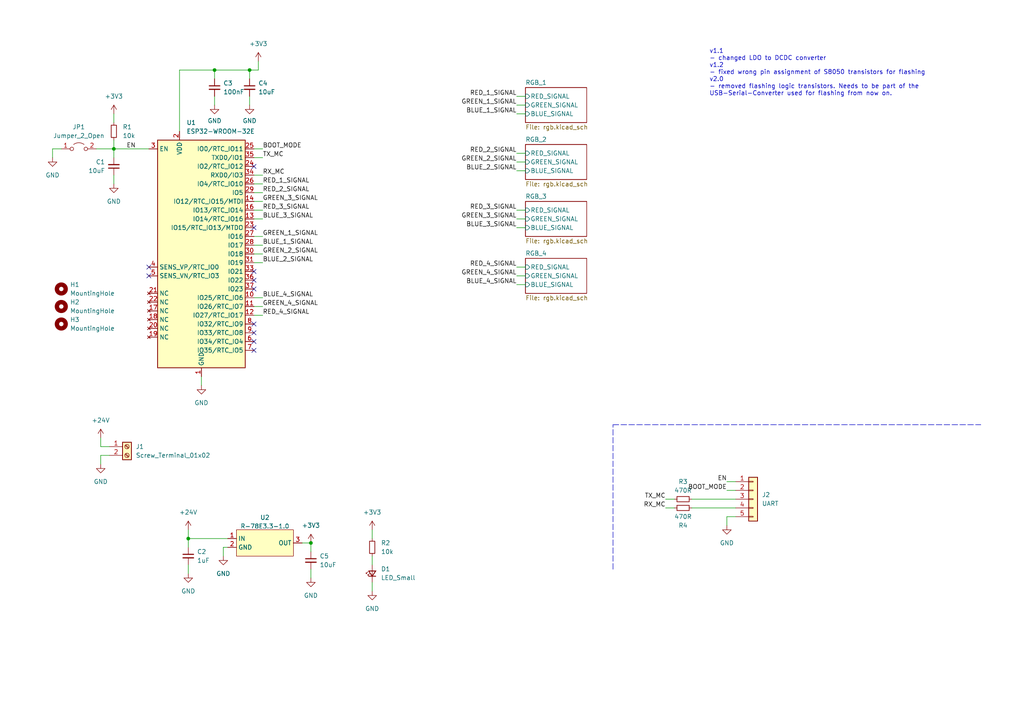
<source format=kicad_sch>
(kicad_sch (version 20211123) (generator eeschema)
  (paper "A4")
  (lib_symbols
    (symbol "Connector:Screw_Terminal_01x02" (pin_names (offset 1.016) hide)
      (property "Reference" "J" (at 0 2.54 0))
      (property "Value" "Screw_Terminal_01x02" (at 0 -5.08 0))
      (symbol "Screw_Terminal_01x02_1_1"
        (rectangle (start -1.27 1.27) (end 1.27 -3.81) (stroke (width 0.254)) (fill (type background)))
        (circle (center 0 -2.54) (radius 0.635) (stroke (width 0.1524)))
        (polyline (pts (xy -0.5334 -2.2098) (xy 0.3302 -3.048)) (stroke (width 0.1524)))
        (polyline (pts (xy -0.5334 0.3302) (xy 0.3302 -0.508)) (stroke (width 0.1524)))
        (polyline (pts (xy -0.3556 -2.032) (xy 0.508 -2.8702)) (stroke (width 0.1524)))
        (polyline (pts (xy -0.3556 0.508) (xy 0.508 -0.3302)) (stroke (width 0.1524)))
        (circle (center 0 0) (radius 0.635) (stroke (width 0.1524)))
        (pin passive line (at -5.08 0 0) (length 3.81) (name "Pin_1") (number "1"))
        (pin passive line (at -5.08 -2.54 0) (length 3.81) (name "Pin_2") (number "2"))
      )
    )
    (symbol "Connector_Generic:Conn_01x05" (pin_names (offset 1.016) hide)
      (property "Reference" "J" (at 0 7.62 0))
      (property "Value" "Conn_01x05" (at 0 -7.62 0))
      (symbol "Conn_01x05_1_1"
        (rectangle (start -1.27 -4.953) (end 0 -5.207) (stroke (width 0.1524)))
        (rectangle (start -1.27 -2.413) (end 0 -2.667) (stroke (width 0.1524)))
        (rectangle (start -1.27 0.127) (end 0 -0.127) (stroke (width 0.1524)))
        (rectangle (start -1.27 2.667) (end 0 2.413) (stroke (width 0.1524)))
        (rectangle (start -1.27 5.207) (end 0 4.953) (stroke (width 0.1524)))
        (rectangle (start -1.27 6.35) (end 1.27 -6.35) (stroke (width 0.254)) (fill (type background)))
        (pin passive line (at -5.08 5.08 0) (length 3.81) (name "Pin_1") (number "1"))
        (pin passive line (at -5.08 2.54 0) (length 3.81) (name "Pin_2") (number "2"))
        (pin passive line (at -5.08 0 0) (length 3.81) (name "Pin_3") (number "3"))
        (pin passive line (at -5.08 -2.54 0) (length 3.81) (name "Pin_4") (number "4"))
        (pin passive line (at -5.08 -5.08 0) (length 3.81) (name "Pin_5") (number "5"))
      )
    )
    (symbol "Device:C_Small" (pin_numbers hide) (pin_names (offset 0.254) hide)
      (property "Reference" "C" (at 0.254 1.778 0))
      (property "Value" "C_Small" (at 0.254 -2.032 0))
      (symbol "C_Small_0_1"
        (polyline (pts (xy -1.524 -0.508) (xy 1.524 -0.508)) (stroke (width 0.3302)))
        (polyline (pts (xy -1.524 0.508) (xy 1.524 0.508)) (stroke (width 0.3048)))
      )
      (symbol "C_Small_1_1"
        (pin passive line (at 0 2.54 270) (length 2.032) (name "~") (number "1"))
        (pin passive line (at 0 -2.54 90) (length 2.032) (name "~") (number "2"))
      )
    )
    (symbol "Device:LED_Small" (pin_numbers hide) (pin_names (offset 0.254) hide)
      (property "Reference" "D" (at -1.27 3.175 0))
      (property "Value" "LED_Small" (at -4.445 -2.54 0))
      (symbol "LED_Small_0_1"
        (polyline (pts (xy -0.762 -1.016) (xy -0.762 1.016)) (stroke (width 0.254)))
        (polyline (pts (xy 1.016 0) (xy -0.762 0)))
        (polyline (pts (xy 0.762 -1.016) (xy -0.762 0) (xy 0.762 1.016) (xy 0.762 -1.016)) (stroke (width 0.254)))
        (polyline (pts (xy 0 0.762) (xy -0.508 1.27) (xy -0.254 1.27) (xy -0.508 1.27) (xy -0.508 1.016)))
        (polyline (pts (xy 0.508 1.27) (xy 0 1.778) (xy 0.254 1.778) (xy 0 1.778) (xy 0 1.524)))
      )
      (symbol "LED_Small_1_1"
        (pin passive line (at -2.54 0 0) (length 1.778) (name "K") (number "1"))
        (pin passive line (at 2.54 0 180) (length 1.778) (name "A") (number "2"))
      )
    )
    (symbol "Device:R_Small" (pin_numbers hide) (pin_names (offset 0.254) hide)
      (property "Reference" "R" (at 0.762 0.508 0))
      (property "Value" "R_Small" (at 0.762 -1.016 0))
      (symbol "R_Small_0_1"
        (rectangle (start -0.762 1.778) (end 0.762 -1.778) (stroke (width 0.2032)))
      )
      (symbol "R_Small_1_1"
        (pin passive line (at 0 2.54 270) (length 0.762) (name "~") (number "1"))
        (pin passive line (at 0 -2.54 90) (length 0.762) (name "~") (number "2"))
      )
    )
    (symbol "Jumper:Jumper_2_Open" (pin_names (offset 0) hide)
      (property "Reference" "JP" (at 0 2.794 0))
      (property "Value" "Jumper_2_Open" (at 0 -2.286 0))
      (symbol "Jumper_2_Open_0_0"
        (circle (center -2.032 0) (radius 0.508))
        (circle (center 2.032 0) (radius 0.508))
      )
      (symbol "Jumper_2_Open_0_1"
        (arc (start 1.524 1.27) (mid 0 1.778) (end -1.524 1.27))
      )
      (symbol "Jumper_2_Open_1_1"
        (pin passive line (at -5.08 0 0) (length 2.54) (name "A") (number "1"))
        (pin passive line (at 5.08 0 180) (length 2.54) (name "B") (number "2"))
      )
    )
    (symbol "Mechanical:MountingHole" (pin_names (offset 1.016))
      (property "Reference" "H" (at 0 5.08 0))
      (property "Value" "MountingHole" (at 0 3.175 0))
      (symbol "MountingHole_0_1"
        (circle (center 0 0) (radius 1.27) (stroke (width 1.27)))
      )
    )
    (symbol "custom:ESP32-WROOM-32E"
      (property "Reference" "U" (at -12.7 34.29 0))
      (property "Value" "ESP32-WROOM-32E" (at 1.27 34.29 0))
      (symbol "ESP32-WROOM-32E_0_1"
        (rectangle (start -12.7 33.02) (end 12.7 -33.02) (stroke (width 0.254)) (fill (type background)))
      )
      (symbol "ESP32-WROOM-32E_1_1"
        (pin power_in line (at 0 -35.56 90) (length 2.54) (name "GND") (number "1"))
        (pin bidirectional line (at 15.24 -12.7 180) (length 2.54) (name "IO25/RTC_IO6") (number "10"))
        (pin bidirectional line (at 15.24 -15.24 180) (length 2.54) (name "IO26/RTC_IO7") (number "11"))
        (pin bidirectional line (at 15.24 -17.78 180) (length 2.54) (name "IO27/RTC_IO17") (number "12"))
        (pin bidirectional line (at 15.24 10.16 180) (length 2.54) (name "IO14/RTC_IO16") (number "13"))
        (pin bidirectional line (at 15.24 15.24 180) (length 2.54) (name "IO12/RTC_IO15/MTDI") (number "14"))
        (pin passive line (at 0 -35.56 90) (length 2.54) hide (name "GND") (number "15"))
        (pin bidirectional line (at 15.24 12.7 180) (length 2.54) (name "IO13/RTC_IO14") (number "16"))
        (pin no_connect line (at -15.24 -16.51 0) (length 2.54) (name "NC") (number "17"))
        (pin no_connect line (at -15.24 -19.05 0) (length 2.54) (name "NC") (number "18"))
        (pin no_connect line (at -15.24 -24.13 0) (length 2.54) (name "NC") (number "19"))
        (pin power_in line (at -6.35 35.56 270) (length 2.54) (name "VDD") (number "2"))
        (pin no_connect line (at -15.24 -21.59 0) (length 2.54) (name "NC") (number "20"))
        (pin no_connect line (at -15.24 -11.43 0) (length 2.54) (name "NC") (number "21"))
        (pin no_connect line (at -15.24 -13.97 0) (length 2.54) (name "NC") (number "22"))
        (pin bidirectional line (at 15.24 7.62 180) (length 2.54) (name "IO15/RTC_IO13/MTDO") (number "23"))
        (pin bidirectional line (at 15.24 25.4 180) (length 2.54) (name "IO2/RTC_IO12") (number "24"))
        (pin bidirectional line (at 15.24 30.48 180) (length 2.54) (name "IO0/RTC_IO11") (number "25"))
        (pin bidirectional line (at 15.24 20.32 180) (length 2.54) (name "IO4/RTC_IO10") (number "26"))
        (pin bidirectional line (at 15.24 5.08 180) (length 2.54) (name "IO16") (number "27"))
        (pin bidirectional line (at 15.24 2.54 180) (length 2.54) (name "IO17") (number "28"))
        (pin bidirectional line (at 15.24 17.78 180) (length 2.54) (name "IO5") (number "29"))
        (pin input line (at -15.24 30.48 0) (length 2.54) (name "EN") (number "3"))
        (pin bidirectional line (at 15.24 0 180) (length 2.54) (name "IO18") (number "30"))
        (pin bidirectional line (at 15.24 -2.54 180) (length 2.54) (name "IO19") (number "31"))
        (pin no_connect line (at -12.7 -27.94 0) (length 2.54) hide (name "NC") (number "32"))
        (pin bidirectional line (at 15.24 -5.08 180) (length 2.54) (name "IO21") (number "33"))
        (pin bidirectional line (at 15.24 22.86 180) (length 2.54) (name "RXD0/IO3") (number "34"))
        (pin bidirectional line (at 15.24 27.94 180) (length 2.54) (name "TXD0/IO1") (number "35"))
        (pin bidirectional line (at 15.24 -7.62 180) (length 2.54) (name "IO22") (number "36"))
        (pin bidirectional line (at 15.24 -10.16 180) (length 2.54) (name "IO23") (number "37"))
        (pin passive line (at 0 -35.56 90) (length 2.54) hide (name "GND") (number "38"))
        (pin passive line (at 0 -35.56 90) (length 2.54) hide (name "GND") (number "39"))
        (pin input line (at -15.24 -3.81 0) (length 2.54) (name "SENS_VP/RTC_IO0") (number "4"))
        (pin input line (at -15.24 -6.35 0) (length 2.54) (name "SENS_VN/RTC_IO3") (number "5"))
        (pin input line (at 15.24 -25.4 180) (length 2.54) (name "IO34/RTC_IO4") (number "6"))
        (pin input line (at 15.24 -27.94 180) (length 2.54) (name "IO35/RTC_IO5") (number "7"))
        (pin bidirectional line (at 15.24 -20.32 180) (length 2.54) (name "IO32/RTC_IO9") (number "8"))
        (pin bidirectional line (at 15.24 -22.86 180) (length 2.54) (name "IO33/RTC_IO8") (number "9"))
      )
    )
    (symbol "custom:TPS7B88"
      (property "Reference" "U" (at -7.62 2.54 0))
      (property "Value" "TPS7B88" (at -3.81 -6.35 0))
      (symbol "TPS7B88_0_1"
        (rectangle (start -8.89 2.54) (end 7.62 -5.08) (fill (type background)))
      )
      (symbol "TPS7B88_1_1"
        (pin input line (at -11.43 0 0) (length 2.54) (name "IN") (number "1"))
        (pin input line (at -11.43 -2.54 0) (length 2.54) (name "GND") (number "2"))
        (pin output line (at 10.16 -1.27 180) (length 2.54) (name "OUT") (number "3"))
      )
    )
    (symbol "power:+24V" (power) (pin_names (offset 0))
      (property "Value" "+24V" (at 0 3.556 0))
      (symbol "+24V_0_1"
        (polyline (pts (xy -0.762 1.27) (xy 0 2.54)))
        (polyline (pts (xy 0 0) (xy 0 2.54)))
        (polyline (pts (xy 0 2.54) (xy 0.762 1.27)))
      )
      (symbol "+24V_1_1"
        (pin power_in line (at 0 0 90) (length 0) hide (name "+24V") (number "1"))
      )
    )
    (symbol "power:+3V3" (power) (pin_names (offset 0))
      (property "Value" "+3V3" (at 0 3.556 0))
      (symbol "+3V3_0_1"
        (polyline (pts (xy -0.762 1.27) (xy 0 2.54)))
        (polyline (pts (xy 0 0) (xy 0 2.54)))
        (polyline (pts (xy 0 2.54) (xy 0.762 1.27)))
      )
      (symbol "+3V3_1_1"
        (pin power_in line (at 0 0 90) (length 0) hide (name "+3V3") (number "1"))
      )
    )
    (symbol "power:GND" (power) (pin_names (offset 0))
      (property "Value" "GND" (at 0 -3.81 0))
      (symbol "GND_0_1"
        (polyline (pts (xy 0 0) (xy 0 -1.27) (xy 1.27 -1.27) (xy 0 -2.54) (xy -1.27 -1.27) (xy 0 -1.27)))
      )
      (symbol "GND_1_1"
        (pin power_in line (at 0 0 270) (length 0) hide (name "GND") (number "1"))
      )
    )
  )
  (junction (at 72.39 20.32))
  (junction (at 33.02 43.18))
  (junction (at 62.23 20.32))
  (junction (at 54.61 156.21))
  (junction (at 90.17 157.48))
  (no_connect (at 73.66 66.04))
  (no_connect (at 73.66 78.74))
  (no_connect (at 73.66 48.26))
  (no_connect (at 73.66 93.98))
  (no_connect (at 73.66 96.52))
  (no_connect (at 73.66 99.06))
  (no_connect (at 73.66 101.6))
  (no_connect (at 43.18 77.47))
  (no_connect (at 43.18 80.01))
  (no_connect (at 73.66 81.28))
  (no_connect (at 73.66 83.82))
  (wire (pts (xy 200.66 144.78) (xy 213.36 144.78)))
  (wire (pts (xy 73.66 71.12) (xy 76.2 71.12)))
  (wire (pts (xy 29.21 132.08) (xy 31.75 132.08)))
  (wire (pts (xy 33.02 43.18) (xy 33.02 45.72)))
  (wire (pts (xy 33.02 50.8) (xy 33.02 53.34)))
  (wire (pts (xy 29.21 134.62) (xy 29.21 132.08)))
  (wire (pts (xy 54.61 163.83) (xy 54.61 166.37)))
  (wire (pts (xy 43.18 43.18) (xy 33.02 43.18)))
  (wire (pts (xy 149.86 27.94) (xy 152.4 27.94)))
  (wire (pts (xy 149.86 46.99) (xy 152.4 46.99)))
  (wire (pts (xy 29.21 129.54) (xy 31.75 129.54)))
  (wire (pts (xy 73.66 60.96) (xy 76.2 60.96)))
  (wire (pts (xy 29.21 127) (xy 29.21 129.54)))
  (wire (pts (xy 210.82 142.24) (xy 213.36 142.24)))
  (wire (pts (xy 52.07 38.1) (xy 52.07 20.32)))
  (wire (pts (xy 58.42 109.22) (xy 58.42 111.76)))
  (wire (pts (xy 62.23 27.94) (xy 62.23 30.48)))
  (wire (pts (xy 107.95 161.29) (xy 107.95 163.83)))
  (wire (pts (xy 33.02 33.02) (xy 33.02 35.56)))
  (wire (pts (xy 72.39 27.94) (xy 72.39 30.48)))
  (wire (pts (xy 64.77 158.75) (xy 64.77 161.29)))
  (wire (pts (xy 73.66 63.5) (xy 76.2 63.5)))
  (wire (pts (xy 54.61 153.67) (xy 54.61 156.21)))
  (wire (pts (xy 193.04 147.32) (xy 195.58 147.32)))
  (wire (pts (xy 193.04 144.78) (xy 195.58 144.78)))
  (wire (pts (xy 73.66 53.34) (xy 76.2 53.34)))
  (wire (pts (xy 149.86 66.04) (xy 152.4 66.04)))
  (wire (pts (xy 73.66 88.9) (xy 76.2 88.9)))
  (wire (pts (xy 33.02 43.18) (xy 33.02 40.64)))
  (wire (pts (xy 73.66 68.58) (xy 76.2 68.58)))
  (wire (pts (xy 73.66 55.88) (xy 76.2 55.88)))
  (polyline (pts (xy 177.8 123.19) (xy 284.48 123.19)))
  (wire (pts (xy 90.17 165.1) (xy 90.17 167.64)))
  (wire (pts (xy 73.66 45.72) (xy 76.2 45.72)))
  (wire (pts (xy 149.86 30.48) (xy 152.4 30.48)))
  (wire (pts (xy 73.66 43.18) (xy 76.2 43.18)))
  (wire (pts (xy 210.82 152.4) (xy 210.82 149.86)))
  (wire (pts (xy 62.23 22.86) (xy 62.23 20.32)))
  (wire (pts (xy 17.78 43.18) (xy 15.24 43.18)))
  (wire (pts (xy 73.66 76.2) (xy 76.2 76.2)))
  (wire (pts (xy 149.86 49.53) (xy 152.4 49.53)))
  (wire (pts (xy 66.04 158.75) (xy 64.77 158.75)))
  (wire (pts (xy 149.86 77.47) (xy 152.4 77.47)))
  (wire (pts (xy 210.82 139.7) (xy 213.36 139.7)))
  (wire (pts (xy 200.66 147.32) (xy 213.36 147.32)))
  (wire (pts (xy 74.93 17.78) (xy 74.93 20.32)))
  (wire (pts (xy 90.17 157.48) (xy 90.17 160.02)))
  (wire (pts (xy 149.86 44.45) (xy 152.4 44.45)))
  (wire (pts (xy 149.86 33.02) (xy 152.4 33.02)))
  (wire (pts (xy 73.66 86.36) (xy 76.2 86.36)))
  (wire (pts (xy 73.66 58.42) (xy 76.2 58.42)))
  (wire (pts (xy 72.39 22.86) (xy 72.39 20.32)))
  (wire (pts (xy 27.94 43.18) (xy 33.02 43.18)))
  (wire (pts (xy 66.04 156.21) (xy 54.61 156.21)))
  (wire (pts (xy 107.95 153.67) (xy 107.95 156.21)))
  (wire (pts (xy 149.86 80.01) (xy 152.4 80.01)))
  (wire (pts (xy 149.86 60.96) (xy 152.4 60.96)))
  (wire (pts (xy 72.39 20.32) (xy 74.93 20.32)))
  (wire (pts (xy 73.66 73.66) (xy 76.2 73.66)))
  (wire (pts (xy 210.82 149.86) (xy 213.36 149.86)))
  (wire (pts (xy 87.63 157.48) (xy 90.17 157.48)))
  (wire (pts (xy 54.61 156.21) (xy 54.61 158.75)))
  (polyline (pts (xy 177.8 165.1) (xy 177.8 123.19)))
  (wire (pts (xy 62.23 20.32) (xy 72.39 20.32)))
  (wire (pts (xy 73.66 91.44) (xy 76.2 91.44)))
  (wire (pts (xy 73.66 50.8) (xy 76.2 50.8)))
  (wire (pts (xy 15.24 43.18) (xy 15.24 45.72)))
  (wire (pts (xy 52.07 20.32) (xy 62.23 20.32)))
  (wire (pts (xy 107.95 168.91) (xy 107.95 171.45)))
  (wire (pts (xy 149.86 82.55) (xy 152.4 82.55)))
  (wire (pts (xy 149.86 63.5) (xy 152.4 63.5)))
  (text "v1.1\n- changed LDO to DCDC converter\nv1.2\n- fixed wrong pin assignment of S8050 transistors for flashing\nv2.0\n- removed flashing logic transistors. Needs to be part of the\nUSB-Serial-Converter used for flashing from now on." (at 205.74 27.94 0) (effects (font (size 1.27 1.27)) (justify left bottom)))
  (label "GREEN_1_SIGNAL" (at 149.86 30.48 180))
  (label "GREEN_4_SIGNAL" (at 149.86 80.01 180))
  (label "RED_2_SIGNAL" (at 149.86 44.45 180))
  (label "BOOT_MODE" (at 76.2 43.18 0))
  (label "RED_3_SIGNAL" (at 149.86 60.96 180))
  (label "GREEN_3_SIGNAL" (at 149.86 63.5 180))
  (label "RED_1_SIGNAL" (at 149.86 27.94 180))
  (label "GREEN_4_SIGNAL" (at 76.2 88.9 0))
  (label "GREEN_2_SIGNAL" (at 149.86 46.99 180))
  (label "BOOT_MODE" (at 210.82 142.24 180))
  (label "BLUE_1_SIGNAL" (at 149.86 33.02 180))
  (label "TX_MC" (at 76.2 45.72 0))
  (label "RED_4_SIGNAL" (at 149.86 77.47 180))
  (label "BLUE_1_SIGNAL" (at 76.2 71.12 0))
  (label "BLUE_3_SIGNAL" (at 76.2 63.5 0))
  (label "RX_MC" (at 76.2 50.8 0))
  (label "RED_3_SIGNAL" (at 76.2 60.96 0))
  (label "GREEN_3_SIGNAL" (at 76.2 58.42 0))
  (label "BLUE_3_SIGNAL" (at 149.86 66.04 180))
  (label "BLUE_4_SIGNAL" (at 76.2 86.36 0))
  (label "RED_2_SIGNAL" (at 76.2 55.88 0))
  (label "TX_MC" (at 193.04 144.78 180))
  (label "BLUE_2_SIGNAL" (at 76.2 76.2 0))
  (label "BLUE_2_SIGNAL" (at 149.86 49.53 180))
  (label "GREEN_1_SIGNAL" (at 76.2 68.58 0))
  (label "RED_1_SIGNAL" (at 76.2 53.34 0))
  (label "EN" (at 39.37 43.18 180))
  (label "BLUE_4_SIGNAL" (at 149.86 82.55 180))
  (label "GREEN_2_SIGNAL" (at 76.2 73.66 0))
  (label "RED_4_SIGNAL" (at 76.2 91.44 0))
  (label "EN" (at 210.82 139.7 180))
  (label "RX_MC" (at 193.04 147.32 180))
  (symbol (lib_id "Device:R_Small") (at 33.02 38.1 0) (unit 1)
    (property "Reference" "R1" (at 35.56 36.8299 0) (effects (justify left)))
    (property "Value" "10k" (at 35.56 39.3699 0) (effects (justify left)))
    (property "Footprint" "Resistor_SMD:R_0603_1608Metric" (effects hide))
  )
  (symbol (lib_id "power:GND") (at 107.95 171.45 0) (unit 1)
    (property "Reference" "#PWR0116" (effects hide))
    (property "Value" "GND" (at 107.95 176.53 0))
  )
  (symbol (lib_id "power:+3V3") (at 74.93 17.78 0) (unit 1)
    (property "Reference" "#PWR0107" (effects hide))
    (property "Value" "+3V3" (at 74.93 12.7 0))
  )
  (symbol (lib_id "Device:R_Small") (at 107.95 158.75 180) (unit 1)
    (property "Reference" "R2" (at 110.49 157.4799 0) (effects (justify right)))
    (property "Value" "10k" (at 110.49 160.0199 0) (effects (justify right)))
    (property "Footprint" "Resistor_SMD:R_0603_1608Metric" (effects hide))
  )
  (symbol (lib_id "Device:C_Small") (at 54.61 161.29 0) (unit 1)
    (property "Reference" "C2" (at 57.15 160.0262 0) (effects (justify left)))
    (property "Value" "1uF" (at 57.15 162.5662 0) (effects (justify left)))
    (property "Footprint" "Capacitor_SMD:C_0805_2012Metric" (effects hide))
    (property "MPN" "UMF212B7105KGHT" (effects hide))
  )
  (symbol (lib_id "power:GND") (at 90.17 167.64 0) (unit 1)
    (property "Reference" "#PWR0114" (effects hide))
    (property "Value" "GND" (at 90.17 172.72 0))
  )
  (symbol (lib_id "Device:C_Small") (at 33.02 48.26 0) (mirror x) (unit 1)
    (property "Reference" "C1" (at 30.48 46.9835 0) (effects (justify right)))
    (property "Value" "10uF" (at 30.48 49.5235 0) (effects (justify right)))
    (property "Footprint" "Capacitor_SMD:C_0805_2012Metric" (effects hide))
  )
  (symbol (lib_id "Mechanical:MountingHole") (at 17.78 88.9 0) (unit 1)
    (property "Reference" "H2" (at 20.32 87.6299 0) (effects (justify left)))
    (property "Value" "MountingHole" (at 20.32 90.1699 0) (effects (justify left)))
    (property "Footprint" "custom:MountingHole_3.2mm_M3_ISO7380" (effects hide))
  )
  (symbol (lib_id "Connector_Generic:Conn_01x05") (at 218.44 144.78 0) (unit 1)
    (property "Reference" "J2" (at 220.98 143.5099 0) (effects (justify left)))
    (property "Value" "UART" (at 220.98 146.0499 0) (effects (justify left)))
    (property "Footprint" "Connector_PinHeader_2.54mm:PinHeader_1x05_P2.54mm_Vertical" (effects hide))
  )
  (symbol (lib_id "custom:TPS7B88") (at 77.47 156.21 0) (unit 1)
    (property "Reference" "U2" (at 76.835 150.0972 0))
    (property "Value" "R-78E3.3-1.0" (at 76.835 152.6341 0))
    (property "Footprint" "Package_SIP:SIP3_11.6x8.5mm" (effects hide))
    (property "MPN" "TPS7B8833QKVURQ1" (effects hide))
  )
  (symbol (lib_id "power:+24V") (at 54.61 153.67 0) (unit 1)
    (property "Reference" "#PWR0108" (effects hide))
    (property "Value" "+24V" (at 54.61 148.59 0))
  )
  (symbol (lib_id "power:GND") (at 29.21 134.62 0) (unit 1)
    (property "Reference" "#PWR0110" (effects hide))
    (property "Value" "GND" (at 29.21 139.7 0))
  )
  (symbol (lib_id "power:GND") (at 64.77 161.29 0) (unit 1)
    (property "Reference" "#PWR0111" (effects hide))
    (property "Value" "GND" (at 64.77 166.37 0))
  )
  (symbol (lib_id "Jumper:Jumper_2_Open") (at 22.86 43.18 0) (unit 1)
    (property "Reference" "JP1" (at 22.86 36.83 0))
    (property "Value" "Jumper_2_Open" (at 22.86 39.37 0))
    (property "Footprint" "Connector_PinHeader_2.54mm:PinHeader_1x02_P2.54mm_Vertical" (effects hide))
  )
  (symbol (lib_id "power:GND") (at 62.23 30.48 0) (unit 1)
    (property "Reference" "#PWR0104" (effects hide))
    (property "Value" "GND" (at 62.23 35.0425 0))
  )
  (symbol (lib_id "Device:C_Small") (at 72.39 25.4 0) (mirror y) (unit 1)
    (property "Reference" "C4" (at 74.93 24.1362 0) (effects (justify right)))
    (property "Value" "10uF" (at 74.93 26.6762 0) (effects (justify right)))
    (property "Footprint" "Capacitor_SMD:C_0805_2012Metric" (effects hide))
  )
  (symbol (lib_id "Connector:Screw_Terminal_01x02") (at 36.83 129.54 0) (unit 1)
    (property "Reference" "J1" (at 39.37 129.5399 0) (effects (justify left)))
    (property "Value" "Screw_Terminal_01x02" (at 39.37 132.0799 0) (effects (justify left)))
    (property "Footprint" "TerminalBlock_Phoenix:TerminalBlock_Phoenix_MKDS-1,5-2_1x02_P5.00mm_Horizontal" (effects hide))
    (property "MPN" "1935161" (effects hide))
  )
  (symbol (lib_id "power:GND") (at 33.02 53.34 0) (unit 1)
    (property "Reference" "#PWR0103" (effects hide))
    (property "Value" "GND" (at 33.02 58.42 0))
  )
  (symbol (lib_id "power:GND") (at 54.61 166.37 0) (unit 1)
    (property "Reference" "#PWR0109" (effects hide))
    (property "Value" "GND" (at 54.61 171.45 0))
  )
  (symbol (lib_id "Mechanical:MountingHole") (at 17.78 83.82 0) (unit 1)
    (property "Reference" "H1" (at 20.32 82.5499 0) (effects (justify left)))
    (property "Value" "MountingHole" (at 20.32 85.0899 0) (effects (justify left)))
    (property "Footprint" "custom:MountingHole_3.2mm_M3_ISO7380" (effects hide))
  )
  (symbol (lib_id "power:GND") (at 58.42 111.76 0) (unit 1)
    (property "Reference" "#PWR0112" (effects hide))
    (property "Value" "GND" (at 58.42 116.84 0))
  )
  (symbol (lib_id "power:+3V3") (at 107.95 153.67 0) (unit 1)
    (property "Reference" "#PWR0117" (effects hide))
    (property "Value" "+3V3" (at 107.95 148.59 0))
  )
  (symbol (lib_id "Device:C_Small") (at 90.17 162.56 0) (mirror y) (unit 1)
    (property "Reference" "C5" (at 92.71 161.2962 0) (effects (justify right)))
    (property "Value" "10uF" (at 92.71 163.8362 0) (effects (justify right)))
    (property "Footprint" "Capacitor_SMD:C_0805_2012Metric" (effects hide))
  )
  (symbol (lib_id "power:GND") (at 210.82 152.4 0) (unit 1)
    (property "Reference" "#PWR0106" (effects hide))
    (property "Value" "GND" (at 210.82 157.48 0))
  )
  (symbol (lib_id "Device:LED_Small") (at 107.95 166.37 90) (unit 1)
    (property "Reference" "D1" (at 110.49 165.0364 90) (effects (justify right)))
    (property "Value" "LED_Small" (at 110.49 167.5764 90) (effects (justify right)))
    (property "Footprint" "LED_SMD:LED_0603_1608Metric" (effects hide))
  )
  (symbol (lib_id "power:+24V") (at 29.21 127 0) (unit 1)
    (property "Reference" "#PWR0113" (effects hide))
    (property "Value" "+24V" (at 29.21 121.92 0))
  )
  (symbol (lib_id "Mechanical:MountingHole") (at 17.78 93.98 0) (unit 1)
    (property "Reference" "H3" (at 20.32 92.7099 0) (effects (justify left)))
    (property "Value" "MountingHole" (at 20.32 95.2499 0) (effects (justify left)))
    (property "Footprint" "custom:MountingHole_3.2mm_M3_ISO7380" (effects hide))
  )
  (symbol (lib_id "custom:ESP32-WROOM-32E") (at 58.42 73.66 0) (unit 1)
    (property "Reference" "U1" (at 54.0894 35.56 0) (effects (justify left)))
    (property "Value" "ESP32-WROOM-32E" (at 54.0894 38.1 0) (effects (justify left)))
    (property "Footprint" "Espressif:ESP32-WROOM-32E" (effects hide))
    (property "Datasheet" "https://www.espressif.com/sites/default/files/documentation/esp32-wroom-32_datasheet_en.pdf" (effects hide))
  )
  (symbol (lib_id "power:+3V3") (at 33.02 33.02 0) (unit 1)
    (property "Reference" "#PWR0101" (effects hide))
    (property "Value" "+3V3" (at 33.02 27.94 0))
  )
  (symbol (lib_id "Device:C_Small") (at 62.23 25.4 0) (mirror y) (unit 1)
    (property "Reference" "C3" (at 64.77 24.1362 0) (effects (justify right)))
    (property "Value" "100nF" (at 64.77 26.6762 0) (effects (justify right)))
    (property "Footprint" "Capacitor_SMD:C_0603_1608Metric" (effects hide))
  )
  (symbol (lib_id "power:GND") (at 72.39 30.48 0) (unit 1)
    (property "Reference" "#PWR0105" (effects hide))
    (property "Value" "GND" (at 72.39 35.0425 0))
  )
  (symbol (lib_id "power:+3V3") (at 90.17 157.48 0) (unit 1)
    (property "Reference" "#PWR0115" (effects hide))
    (property "Value" "+3V3" (at 90.17 152.4 0))
  )
  (symbol (lib_id "power:GND") (at 15.24 45.72 0) (unit 1)
    (property "Reference" "#PWR0102" (effects hide))
    (property "Value" "GND" (at 15.24 50.8 0))
  )
  (symbol (lib_id "Device:R_Small") (at 198.12 144.78 90) (unit 1)
    (property "Reference" "R3" (at 198.12 139.7 90))
    (property "Value" "470R" (at 198.12 142.24 90))
    (property "Footprint" "Resistor_SMD:R_0603_1608Metric" (effects hide))
  )
  (symbol (lib_id "Device:R_Small") (at 198.12 147.32 90) (mirror x) (unit 1)
    (property "Reference" "R4" (at 198.12 152.4 90))
    (property "Value" "470R" (at 198.12 149.86 90))
    (property "Footprint" "Resistor_SMD:R_0603_1608Metric" (effects hide))
  )
  (sheet (at 152.4 25.4) (size 17.78 10.16) (stroke (width 0.1524))
    (property "Sheet name" "RGB_1" (at 152.4 24.6884 0) (effects (justify left bottom)))
    (property "Sheet file" "rgb.kicad_sch" (at 152.4 36.1446 0) (effects (justify left top)))
    (pin "RED_SIGNAL" input (at 152.4 27.94 180))
    (pin "GREEN_SIGNAL" input (at 152.4 30.48 180))
    (pin "BLUE_SIGNAL" input (at 152.4 33.02 180))
  )
  (sheet (at 152.4 74.93) (size 17.78 10.16) (stroke (width 0.1524))
    (property "Sheet name" "RGB_4" (at 152.4 74.2184 0) (effects (justify left bottom)))
    (property "Sheet file" "rgb.kicad_sch" (at 152.4 85.6746 0) (effects (justify left top)))
    (pin "RED_SIGNAL" input (at 152.4 77.47 180))
    (pin "GREEN_SIGNAL" input (at 152.4 80.01 180))
    (pin "BLUE_SIGNAL" input (at 152.4 82.55 180))
  )
  (sheet (at 152.4 58.42) (size 17.78 10.16) (stroke (width 0.1524))
    (property "Sheet name" "RGB_3" (at 152.4 57.7084 0) (effects (justify left bottom)))
    (property "Sheet file" "rgb.kicad_sch" (at 152.4 69.1646 0) (effects (justify left top)))
    (pin "RED_SIGNAL" input (at 152.4 60.96 180))
    (pin "GREEN_SIGNAL" input (at 152.4 63.5 180))
    (pin "BLUE_SIGNAL" input (at 152.4 66.04 180))
  )
  (sheet (at 152.4 41.91) (size 17.78 10.16) (stroke (width 0.1524))
    (property "Sheet name" "RGB_2" (at 152.4 41.1984 0) (effects (justify left bottom)))
    (property "Sheet file" "rgb.kicad_sch" (at 152.4 52.6546 0) (effects (justify left top)))
    (pin "RED_SIGNAL" input (at 152.4 44.45 180))
    (pin "GREEN_SIGNAL" input (at 152.4 46.99 180))
    (pin "BLUE_SIGNAL" input (at 152.4 49.53 180))
  )
)
</source>
